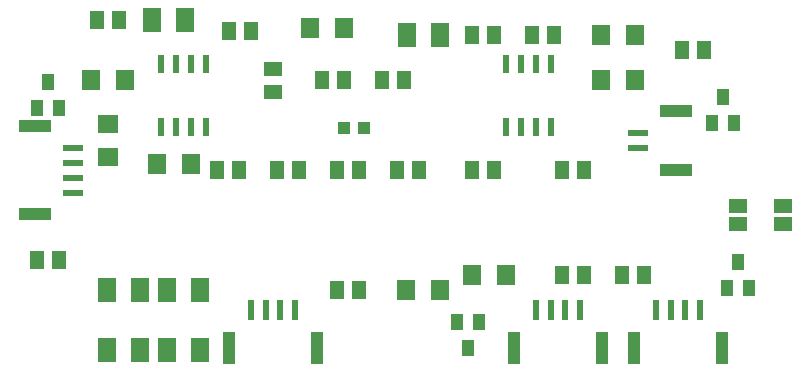
<source format=gbr>
G04 EAGLE Gerber RS-274X export*
G75*
%MOMM*%
%FSLAX34Y34*%
%LPD*%
%INSolderpaste Top*%
%IPPOS*%
%AMOC8*
5,1,8,0,0,1.08239X$1,22.5*%
G01*
%ADD10R,1.300000X1.500000*%
%ADD11R,1.500000X1.300000*%
%ADD12R,0.600000X1.700000*%
%ADD13R,1.000000X2.700000*%
%ADD14R,1.700000X0.600000*%
%ADD15R,2.700000X1.000000*%
%ADD16R,1.600000X1.803000*%
%ADD17R,1.803000X1.600000*%
%ADD18R,1.000000X1.400000*%
%ADD19R,1.600000X2.000000*%
%ADD20R,1.600200X1.168400*%
%ADD21R,0.609600X1.524000*%
%ADD22R,1.000000X1.100000*%


D10*
X288900Y254000D03*
X269900Y254000D03*
D11*
X228600Y263500D03*
X228600Y244500D03*
D10*
X282600Y177800D03*
X301600Y177800D03*
X396900Y292100D03*
X415900Y292100D03*
X466700Y292100D03*
X447700Y292100D03*
X282600Y76200D03*
X301600Y76200D03*
D12*
X234850Y59300D03*
X222350Y59300D03*
D13*
X191350Y27300D03*
X265850Y27300D03*
D12*
X209850Y59300D03*
X247350Y59300D03*
D14*
X59300Y171550D03*
X59300Y184050D03*
D15*
X27300Y215050D03*
X27300Y140550D03*
D14*
X59300Y196550D03*
X59300Y159050D03*
X537600Y209450D03*
X537600Y196950D03*
D15*
X569600Y178450D03*
X569600Y227950D03*
D16*
X103120Y254000D03*
X74680Y254000D03*
X260100Y298450D03*
X288540Y298450D03*
X130560Y182880D03*
X159000Y182880D03*
D17*
X88900Y217420D03*
X88900Y188980D03*
D18*
X38100Y252300D03*
X47600Y230300D03*
X28600Y230300D03*
X622300Y99900D03*
X631800Y77900D03*
X612800Y77900D03*
D10*
X396900Y177800D03*
X415900Y177800D03*
D19*
X87600Y25400D03*
X115600Y25400D03*
X138400Y76200D03*
X166400Y76200D03*
X87600Y76200D03*
X115600Y76200D03*
X341600Y292100D03*
X369600Y292100D03*
D16*
X534920Y292100D03*
X506480Y292100D03*
X534920Y254000D03*
X506480Y254000D03*
X341380Y76200D03*
X369820Y76200D03*
X397260Y88900D03*
X425700Y88900D03*
D19*
X125700Y304800D03*
X153700Y304800D03*
D10*
X593700Y279400D03*
X574700Y279400D03*
X473100Y177800D03*
X492100Y177800D03*
X28600Y101600D03*
X47600Y101600D03*
X473100Y88900D03*
X492100Y88900D03*
X523900Y88900D03*
X542900Y88900D03*
X333400Y177800D03*
X352400Y177800D03*
X191160Y295910D03*
X210160Y295910D03*
X79400Y304800D03*
X98400Y304800D03*
X231800Y177800D03*
X250800Y177800D03*
X320700Y254000D03*
X339700Y254000D03*
X181000Y177800D03*
X200000Y177800D03*
D19*
X138400Y25400D03*
X166400Y25400D03*
D20*
X660400Y132080D03*
X660400Y147320D03*
X622300Y132080D03*
X622300Y147320D03*
D18*
X609600Y239600D03*
X619100Y217600D03*
X600100Y217600D03*
X393700Y27100D03*
X384200Y49100D03*
X403200Y49100D03*
D21*
X425450Y214376D03*
X425450Y268224D03*
X438150Y214376D03*
X450850Y214376D03*
X438150Y268224D03*
X450850Y268224D03*
X463550Y214376D03*
X463550Y268224D03*
X171450Y268224D03*
X171450Y214376D03*
X158750Y268224D03*
X146050Y268224D03*
X158750Y214376D03*
X146050Y214376D03*
X133350Y268224D03*
X133350Y214376D03*
D12*
X577750Y59300D03*
X565250Y59300D03*
D13*
X534250Y27300D03*
X608750Y27300D03*
D12*
X552750Y59300D03*
X590250Y59300D03*
X476150Y59300D03*
X463650Y59300D03*
D13*
X432650Y27300D03*
X507150Y27300D03*
D12*
X451150Y59300D03*
X488650Y59300D03*
D22*
X305680Y213360D03*
X288680Y213360D03*
M02*

</source>
